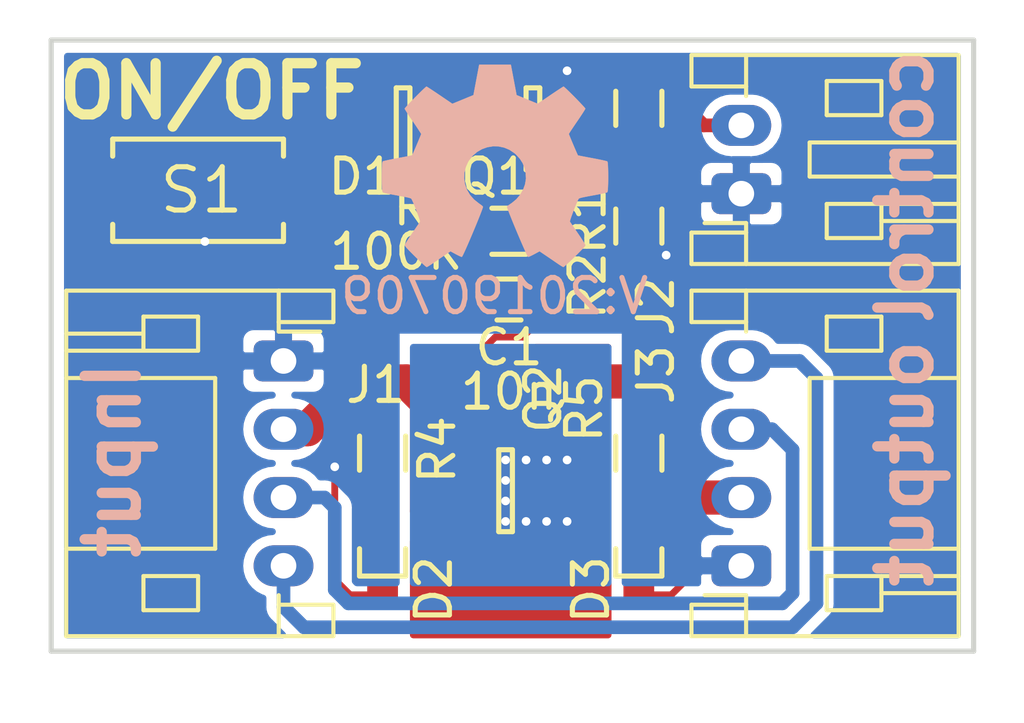
<source format=kicad_pcb>
(kicad_pcb (version 20171130) (host pcbnew 5.1.3-ffb9f22~84~ubuntu18.04.1)

  (general
    (thickness 1.6)
    (drawings 8)
    (tracks 105)
    (zones 0)
    (modules 17)
    (nets 12)
  )

  (page A4)
  (layers
    (0 F.Cu signal)
    (31 B.Cu signal)
    (32 B.Adhes user)
    (33 F.Adhes user)
    (34 B.Paste user)
    (35 F.Paste user)
    (36 B.SilkS user)
    (37 F.SilkS user)
    (38 B.Mask user)
    (39 F.Mask user)
    (40 Dwgs.User user)
    (41 Cmts.User user)
    (42 Eco1.User user)
    (43 Eco2.User user)
    (44 Edge.Cuts user)
    (45 Margin user)
    (46 B.CrtYd user)
    (47 F.CrtYd user)
    (48 B.Fab user)
    (49 F.Fab user)
  )

  (setup
    (last_trace_width 0.2)
    (user_trace_width 0.1524)
    (user_trace_width 0.2)
    (user_trace_width 0.3)
    (user_trace_width 0.4)
    (user_trace_width 0.6)
    (user_trace_width 1)
    (user_trace_width 1.5)
    (user_trace_width 2)
    (trace_clearance 0.1524)
    (zone_clearance 0.3)
    (zone_45_only no)
    (trace_min 0.1524)
    (via_size 0.381)
    (via_drill 0.254)
    (via_min_size 0.381)
    (via_min_drill 0.254)
    (user_via 0.4 0.254)
    (user_via 0.6 0.4)
    (user_via 0.8 0.6)
    (user_via 1 0.8)
    (user_via 1.3 1)
    (user_via 1.5 1.2)
    (user_via 1.7 1.4)
    (user_via 1.9 1.6)
    (uvia_size 0.381)
    (uvia_drill 0.254)
    (uvias_allowed no)
    (uvia_min_size 0.381)
    (uvia_min_drill 0.254)
    (edge_width 0.15)
    (segment_width 0.2)
    (pcb_text_width 0.3)
    (pcb_text_size 1.5 1.5)
    (mod_edge_width 0.15)
    (mod_text_size 1 1)
    (mod_text_width 0.15)
    (pad_size 0.8 0.9)
    (pad_drill 0)
    (pad_to_mask_clearance 0.1)
    (solder_mask_min_width 0.1)
    (aux_axis_origin 0 0)
    (visible_elements FFFFFF7F)
    (pcbplotparams
      (layerselection 0x010fc_ffffffff)
      (usegerberextensions true)
      (usegerberattributes false)
      (usegerberadvancedattributes false)
      (creategerberjobfile false)
      (excludeedgelayer true)
      (linewidth 0.100000)
      (plotframeref false)
      (viasonmask false)
      (mode 1)
      (useauxorigin false)
      (hpglpennumber 1)
      (hpglpenspeed 20)
      (hpglpendiameter 15.000000)
      (psnegative false)
      (psa4output false)
      (plotreference true)
      (plotvalue true)
      (plotinvisibletext false)
      (padsonsilk false)
      (subtractmaskfromsilk false)
      (outputformat 1)
      (mirror false)
      (drillshape 0)
      (scaleselection 1)
      (outputdirectory "OSH_Park_2_layer_plots"))
  )

  (net 0 "")
  (net 1 "Net-(C1-Pad2)")
  (net 2 /VDD)
  (net 3 "Net-(D1-Pad3)")
  (net 4 /TX)
  (net 5 /RX)
  (net 6 /VSS)
  (net 7 /POWER_EN)
  (net 8 /VDD_OUT)
  (net 9 "Net-(D1-Pad1)")
  (net 10 "Net-(D2-Pad2)")
  (net 11 "Net-(D3-Pad2)")

  (net_class Default "This is the default net class."
    (clearance 0.1524)
    (trace_width 0.1524)
    (via_dia 0.381)
    (via_drill 0.254)
    (uvia_dia 0.381)
    (uvia_drill 0.254)
    (add_net /POWER_EN)
    (add_net /RX)
    (add_net /TX)
    (add_net /VDD)
    (add_net /VDD_OUT)
    (add_net /VSS)
    (add_net "Net-(C1-Pad2)")
    (add_net "Net-(D1-Pad1)")
    (add_net "Net-(D1-Pad3)")
    (add_net "Net-(D2-Pad2)")
    (add_net "Net-(D3-Pad2)")
  )

  (module SquantorButtons:DTSM3 (layer F.Cu) (tedit 58D18C98) (tstamp 5D23C209)
    (at 145.8 92.2)
    (path /5D217E51)
    (attr smd)
    (fp_text reference S1 (at 0.1 0) (layer F.SilkS)
      (effects (font (size 1.27 1.27) (thickness 0.15)))
    )
    (fp_text value 2pin_tact_switch (at 0 2.54) (layer F.Fab) hide
      (effects (font (size 1.27 1.27) (thickness 0.15)))
    )
    (fp_line (start 2.49936 -1.4986) (end -2.49936 -1.4986) (layer F.SilkS) (width 0.15))
    (fp_line (start 2.49936 -0.99822) (end 2.49936 -1.4986) (layer F.SilkS) (width 0.15))
    (fp_line (start 2.49936 1.4986) (end 2.49936 0.99822) (layer F.SilkS) (width 0.15))
    (fp_line (start -2.49936 1.4986) (end 2.49936 1.4986) (layer F.SilkS) (width 0.15))
    (fp_line (start -2.49936 0.99822) (end -2.49936 1.4986) (layer F.SilkS) (width 0.15))
    (fp_line (start -2.49936 -1.4986) (end -2.49936 -0.99822) (layer F.SilkS) (width 0.15))
    (pad 2 smd rect (at 2.69748 0) (size 1.99898 1.59766) (layers F.Cu F.Paste F.Mask)
      (net 3 "Net-(D1-Pad3)"))
    (pad 1 smd rect (at -2.69748 0) (size 1.99898 1.59766) (layers F.Cu F.Paste F.Mask)
      (net 6 /VSS))
  )

  (module SquantorRcl:R_0603_hand (layer F.Cu) (tedit 587552B0) (tstamp 5D2245D9)
    (at 158.7 99.9 90)
    (descr "Resistor SMD 0603, reflow soldering, Vishay (see dcrcw.pdf)")
    (tags "resistor 0603")
    (path /5D223D28)
    (attr smd)
    (fp_text reference R5 (at 1.3 -1.6 90) (layer F.SilkS)
      (effects (font (size 1 1) (thickness 0.15)))
    )
    (fp_text value 1K (at 0 1.9 90) (layer F.Fab)
      (effects (font (size 1 1) (thickness 0.15)))
    )
    (fp_line (start -0.5 -0.675) (end 0.5 -0.675) (layer F.SilkS) (width 0.15))
    (fp_line (start 0.5 0.675) (end -0.5 0.675) (layer F.SilkS) (width 0.15))
    (fp_line (start 1.5 -0.8) (end 1.5 0.8) (layer F.CrtYd) (width 0.05))
    (fp_line (start -1.5 -0.8) (end -1.5 0.8) (layer F.CrtYd) (width 0.05))
    (fp_line (start -1.5 0.8) (end 1.5 0.8) (layer F.CrtYd) (width 0.05))
    (fp_line (start -1.5 -0.8) (end 1.5 -0.8) (layer F.CrtYd) (width 0.05))
    (fp_line (start -0.8 -0.4) (end 0.8 -0.4) (layer F.Fab) (width 0.1))
    (fp_line (start 0.8 -0.4) (end 0.8 0.4) (layer F.Fab) (width 0.1))
    (fp_line (start 0.8 0.4) (end -0.8 0.4) (layer F.Fab) (width 0.1))
    (fp_line (start -0.8 0.4) (end -0.8 -0.4) (layer F.Fab) (width 0.1))
    (pad 2 smd rect (at 0.85 0 90) (size 0.7 0.9) (layers F.Cu F.Paste F.Mask)
      (net 8 /VDD_OUT))
    (pad 1 smd rect (at -0.85 0 90) (size 0.7 0.9) (layers F.Cu F.Paste F.Mask)
      (net 11 "Net-(D3-Pad2)"))
    (model Resistors_SMD.3dshapes/R_0603.wrl
      (at (xyz 0 0 0))
      (scale (xyz 1 1 1))
      (rotate (xyz 0 0 0))
    )
  )

  (module SquantorRcl:R_0603_hand (layer F.Cu) (tedit 587552B0) (tstamp 5D22367D)
    (at 151.2 99.9 90)
    (descr "Resistor SMD 0603, reflow soldering, Vishay (see dcrcw.pdf)")
    (tags "resistor 0603")
    (path /5D222DD8)
    (attr smd)
    (fp_text reference R4 (at 0.1 1.6 90) (layer F.SilkS)
      (effects (font (size 1 1) (thickness 0.15)))
    )
    (fp_text value 1K (at 0 1.9 90) (layer F.Fab)
      (effects (font (size 1 1) (thickness 0.15)))
    )
    (fp_line (start -0.5 -0.675) (end 0.5 -0.675) (layer F.SilkS) (width 0.15))
    (fp_line (start 0.5 0.675) (end -0.5 0.675) (layer F.SilkS) (width 0.15))
    (fp_line (start 1.5 -0.8) (end 1.5 0.8) (layer F.CrtYd) (width 0.05))
    (fp_line (start -1.5 -0.8) (end -1.5 0.8) (layer F.CrtYd) (width 0.05))
    (fp_line (start -1.5 0.8) (end 1.5 0.8) (layer F.CrtYd) (width 0.05))
    (fp_line (start -1.5 -0.8) (end 1.5 -0.8) (layer F.CrtYd) (width 0.05))
    (fp_line (start -0.8 -0.4) (end 0.8 -0.4) (layer F.Fab) (width 0.1))
    (fp_line (start 0.8 -0.4) (end 0.8 0.4) (layer F.Fab) (width 0.1))
    (fp_line (start 0.8 0.4) (end -0.8 0.4) (layer F.Fab) (width 0.1))
    (fp_line (start -0.8 0.4) (end -0.8 -0.4) (layer F.Fab) (width 0.1))
    (pad 2 smd rect (at 0.85 0 90) (size 0.7 0.9) (layers F.Cu F.Paste F.Mask)
      (net 2 /VDD))
    (pad 1 smd rect (at -0.85 0 90) (size 0.7 0.9) (layers F.Cu F.Paste F.Mask)
      (net 10 "Net-(D2-Pad2)"))
    (model Resistors_SMD.3dshapes/R_0603.wrl
      (at (xyz 0 0 0))
      (scale (xyz 1 1 1))
      (rotate (xyz 0 0 0))
    )
  )

  (module SquantorDiodes:D_0603_hand (layer F.Cu) (tedit 5CA1F802) (tstamp 5D22349F)
    (at 158.7 103.2 90)
    (descr "Diode SMD 0603, reflow soldering, general purpose")
    (tags "Diode 0603")
    (path /5D2224FE)
    (attr smd)
    (fp_text reference D3 (at -0.7 -1.4 90) (layer F.SilkS)
      (effects (font (size 1 1) (thickness 0.15)))
    )
    (fp_text value LED (at 0 1.9 90) (layer F.Fab) hide
      (effects (font (size 1 1) (thickness 0.15)))
    )
    (fp_line (start -0.3 -0.675) (end -0.3 0.675) (layer F.SilkS) (width 0.15))
    (fp_line (start -0.3 -0.675) (end 0.5 -0.675) (layer F.SilkS) (width 0.15))
    (fp_line (start 0.5 0.675) (end -0.3 0.675) (layer F.SilkS) (width 0.15))
    (fp_line (start 1.5 -0.8) (end 1.5 0.8) (layer F.CrtYd) (width 0.05))
    (fp_line (start -1.5 -0.8) (end -1.5 0.8) (layer F.CrtYd) (width 0.05))
    (fp_line (start -1.5 0.8) (end 1.5 0.8) (layer F.CrtYd) (width 0.05))
    (fp_line (start -1.5 -0.8) (end 1.5 -0.8) (layer F.CrtYd) (width 0.05))
    (fp_line (start -0.8 -0.4) (end 0.8 -0.4) (layer F.Fab) (width 0.1))
    (fp_line (start 0.8 -0.4) (end 0.8 0.4) (layer F.Fab) (width 0.1))
    (fp_line (start 0.8 0.4) (end -0.8 0.4) (layer F.Fab) (width 0.1))
    (fp_line (start -0.8 0.4) (end -0.8 -0.4) (layer F.Fab) (width 0.1))
    (pad 2 smd rect (at 0.85 0 90) (size 0.7 0.9) (layers F.Cu F.Paste F.Mask)
      (net 11 "Net-(D3-Pad2)"))
    (pad 1 smd rect (at -0.85 0 90) (size 0.7 0.9) (layers F.Cu F.Paste F.Mask)
      (net 6 /VSS))
  )

  (module SquantorDiodes:D_0603_hand (layer F.Cu) (tedit 5CA1F802) (tstamp 5D239A4A)
    (at 151.2 103.2 90)
    (descr "Diode SMD 0603, reflow soldering, general purpose")
    (tags "Diode 0603")
    (path /5D220861)
    (attr smd)
    (fp_text reference D2 (at -0.7 1.5 90) (layer F.SilkS)
      (effects (font (size 1 1) (thickness 0.15)))
    )
    (fp_text value LED (at -0.3 1.5 90) (layer F.Fab)
      (effects (font (size 1 1) (thickness 0.15)))
    )
    (fp_line (start -0.3 -0.675) (end -0.3 0.675) (layer F.SilkS) (width 0.15))
    (fp_line (start -0.3 -0.675) (end 0.5 -0.675) (layer F.SilkS) (width 0.15))
    (fp_line (start 0.5 0.675) (end -0.3 0.675) (layer F.SilkS) (width 0.15))
    (fp_line (start 1.5 -0.8) (end 1.5 0.8) (layer F.CrtYd) (width 0.05))
    (fp_line (start -1.5 -0.8) (end -1.5 0.8) (layer F.CrtYd) (width 0.05))
    (fp_line (start -1.5 0.8) (end 1.5 0.8) (layer F.CrtYd) (width 0.05))
    (fp_line (start -1.5 -0.8) (end 1.5 -0.8) (layer F.CrtYd) (width 0.05))
    (fp_line (start -0.8 -0.4) (end 0.8 -0.4) (layer F.Fab) (width 0.1))
    (fp_line (start 0.8 -0.4) (end 0.8 0.4) (layer F.Fab) (width 0.1))
    (fp_line (start 0.8 0.4) (end -0.8 0.4) (layer F.Fab) (width 0.1))
    (fp_line (start -0.8 0.4) (end -0.8 -0.4) (layer F.Fab) (width 0.1))
    (pad 2 smd rect (at 0.85 0 90) (size 0.7 0.9) (layers F.Cu F.Paste F.Mask)
      (net 10 "Net-(D2-Pad2)"))
    (pad 1 smd rect (at -0.85 0 90) (size 0.7 0.9) (layers F.Cu F.Paste F.Mask)
      (net 6 /VSS))
  )

  (module SquantorRcl:R_0603_hand (layer F.Cu) (tedit 587552B0) (tstamp 5D222C1F)
    (at 154.9 93.4)
    (descr "Resistor SMD 0603, reflow soldering, Vishay (see dcrcw.pdf)")
    (tags "resistor 0603")
    (path /5D201AB7)
    (attr smd)
    (fp_text reference R3 (at -2.4 -0.7 180) (layer F.SilkS)
      (effects (font (size 1 1) (thickness 0.15)))
    )
    (fp_text value 100K (at -3.3 0.6) (layer F.SilkS)
      (effects (font (size 1 1) (thickness 0.15)))
    )
    (fp_line (start -0.5 -0.675) (end 0.5 -0.675) (layer F.SilkS) (width 0.15))
    (fp_line (start 0.5 0.675) (end -0.5 0.675) (layer F.SilkS) (width 0.15))
    (fp_line (start 1.5 -0.8) (end 1.5 0.8) (layer F.CrtYd) (width 0.05))
    (fp_line (start -1.5 -0.8) (end -1.5 0.8) (layer F.CrtYd) (width 0.05))
    (fp_line (start -1.5 0.8) (end 1.5 0.8) (layer F.CrtYd) (width 0.05))
    (fp_line (start -1.5 -0.8) (end 1.5 -0.8) (layer F.CrtYd) (width 0.05))
    (fp_line (start -0.8 -0.4) (end 0.8 -0.4) (layer F.Fab) (width 0.1))
    (fp_line (start 0.8 -0.4) (end 0.8 0.4) (layer F.Fab) (width 0.1))
    (fp_line (start 0.8 0.4) (end -0.8 0.4) (layer F.Fab) (width 0.1))
    (fp_line (start -0.8 0.4) (end -0.8 -0.4) (layer F.Fab) (width 0.1))
    (pad 2 smd rect (at 0.85 0) (size 0.7 0.9) (layers F.Cu F.Paste F.Mask)
      (net 1 "Net-(C1-Pad2)"))
    (pad 1 smd rect (at -0.85 0) (size 0.7 0.9) (layers F.Cu F.Paste F.Mask)
      (net 2 /VDD))
    (model Resistors_SMD.3dshapes/R_0603.wrl
      (at (xyz 0 0 0))
      (scale (xyz 1 1 1))
      (rotate (xyz 0 0 0))
    )
  )

  (module SquantorRcl:R_0603_hand (layer F.Cu) (tedit 587552B0) (tstamp 5D222C0F)
    (at 158.7 93.25 270)
    (descr "Resistor SMD 0603, reflow soldering, Vishay (see dcrcw.pdf)")
    (tags "resistor 0603")
    (path /5D206CB4)
    (attr smd)
    (fp_text reference R2 (at 1.75 1.5 90) (layer F.SilkS)
      (effects (font (size 1 1) (thickness 0.15)))
    )
    (fp_text value 100k (at 1.75 1.5 90) (layer F.Fab)
      (effects (font (size 1 1) (thickness 0.15)))
    )
    (fp_line (start -0.5 -0.675) (end 0.5 -0.675) (layer F.SilkS) (width 0.15))
    (fp_line (start 0.5 0.675) (end -0.5 0.675) (layer F.SilkS) (width 0.15))
    (fp_line (start 1.5 -0.8) (end 1.5 0.8) (layer F.CrtYd) (width 0.05))
    (fp_line (start -1.5 -0.8) (end -1.5 0.8) (layer F.CrtYd) (width 0.05))
    (fp_line (start -1.5 0.8) (end 1.5 0.8) (layer F.CrtYd) (width 0.05))
    (fp_line (start -1.5 -0.8) (end 1.5 -0.8) (layer F.CrtYd) (width 0.05))
    (fp_line (start -0.8 -0.4) (end 0.8 -0.4) (layer F.Fab) (width 0.1))
    (fp_line (start 0.8 -0.4) (end 0.8 0.4) (layer F.Fab) (width 0.1))
    (fp_line (start 0.8 0.4) (end -0.8 0.4) (layer F.Fab) (width 0.1))
    (fp_line (start -0.8 0.4) (end -0.8 -0.4) (layer F.Fab) (width 0.1))
    (pad 2 smd rect (at 0.85 0 270) (size 0.7 0.9) (layers F.Cu F.Paste F.Mask)
      (net 6 /VSS))
    (pad 1 smd rect (at -0.85 0 270) (size 0.7 0.9) (layers F.Cu F.Paste F.Mask)
      (net 9 "Net-(D1-Pad1)"))
    (model Resistors_SMD.3dshapes/R_0603.wrl
      (at (xyz 0 0 0))
      (scale (xyz 1 1 1))
      (rotate (xyz 0 0 0))
    )
  )

  (module SquantorRcl:R_0603_hand (layer F.Cu) (tedit 587552B0) (tstamp 5D222BFF)
    (at 158.7 89.8 90)
    (descr "Resistor SMD 0603, reflow soldering, Vishay (see dcrcw.pdf)")
    (tags "resistor 0603")
    (path /5D21A5D6)
    (attr smd)
    (fp_text reference R1 (at -3.3 -1.5 90) (layer F.SilkS)
      (effects (font (size 1 1) (thickness 0.15)))
    )
    (fp_text value 1K (at -3.3 -1.5 90) (layer F.Fab)
      (effects (font (size 1 1) (thickness 0.15)))
    )
    (fp_line (start -0.5 -0.675) (end 0.5 -0.675) (layer F.SilkS) (width 0.15))
    (fp_line (start 0.5 0.675) (end -0.5 0.675) (layer F.SilkS) (width 0.15))
    (fp_line (start 1.5 -0.8) (end 1.5 0.8) (layer F.CrtYd) (width 0.05))
    (fp_line (start -1.5 -0.8) (end -1.5 0.8) (layer F.CrtYd) (width 0.05))
    (fp_line (start -1.5 0.8) (end 1.5 0.8) (layer F.CrtYd) (width 0.05))
    (fp_line (start -1.5 -0.8) (end 1.5 -0.8) (layer F.CrtYd) (width 0.05))
    (fp_line (start -0.8 -0.4) (end 0.8 -0.4) (layer F.Fab) (width 0.1))
    (fp_line (start 0.8 -0.4) (end 0.8 0.4) (layer F.Fab) (width 0.1))
    (fp_line (start 0.8 0.4) (end -0.8 0.4) (layer F.Fab) (width 0.1))
    (fp_line (start -0.8 0.4) (end -0.8 -0.4) (layer F.Fab) (width 0.1))
    (pad 2 smd rect (at 0.85 0 90) (size 0.7 0.9) (layers F.Cu F.Paste F.Mask)
      (net 7 /POWER_EN))
    (pad 1 smd rect (at -0.85 0 90) (size 0.7 0.9) (layers F.Cu F.Paste F.Mask)
      (net 9 "Net-(D1-Pad1)"))
    (model Resistors_SMD.3dshapes/R_0603.wrl
      (at (xyz 0 0 0))
      (scale (xyz 1 1 1))
      (rotate (xyz 0 0 0))
    )
  )

  (module SquantorIC:SOT23-3 (layer F.Cu) (tedit 5D239D35) (tstamp 5D23B544)
    (at 154.8 101 270)
    (path /5D200444)
    (fp_text reference Q2 (at -2.7 -1.1 90) (layer F.SilkS)
      (effects (font (size 1 1) (thickness 0.15)))
    )
    (fp_text value Q_PMOS_GSD (at 0 2.5 90) (layer F.Fab) hide
      (effects (font (size 1 1) (thickness 0.15)))
    )
    (fp_line (start 1.7 -1.1) (end 1.7 1.8) (layer F.CrtYd) (width 0.05))
    (fp_line (start 0.7 -1.1) (end 1.7 -1.1) (layer F.CrtYd) (width 0.05))
    (fp_line (start 0.7 -1.8) (end 0.7 -1.1) (layer F.CrtYd) (width 0.05))
    (fp_line (start -0.7 -1.8) (end 0.7 -1.8) (layer F.CrtYd) (width 0.05))
    (fp_line (start -0.7 -1.1) (end -0.7 -1.8) (layer F.CrtYd) (width 0.05))
    (fp_line (start -1.7 -1.1) (end -0.7 -1.1) (layer F.CrtYd) (width 0.05))
    (fp_line (start -1.7 1.8) (end -1.7 -1.1) (layer F.CrtYd) (width 0.05))
    (fp_line (start -1.7 1.8) (end 1.7 1.8) (layer F.CrtYd) (width 0.05))
    (fp_line (start -1.2 0.2) (end -1.2 -0.2) (layer F.SilkS) (width 0.15))
    (fp_line (start 1.2 0.2) (end -1.2 0.2) (layer F.SilkS) (width 0.15))
    (fp_line (start 1.2 -0.2) (end 1.2 0.2) (layer F.SilkS) (width 0.15))
    (fp_line (start -1.2 -0.2) (end 1.2 -0.2) (layer F.SilkS) (width 0.15))
    (pad 3 smd rect (at 0 -1 270) (size 0.8 0.9) (layers F.Cu F.Paste F.Mask)
      (net 8 /VDD_OUT) (zone_connect 2))
    (pad 2 smd rect (at 0.95 1 270) (size 0.8 0.9) (layers F.Cu F.Paste F.Mask)
      (net 2 /VDD))
    (pad 1 smd rect (at -0.95 1 270) (size 0.8 0.9) (layers F.Cu F.Paste F.Mask)
      (net 1 "Net-(C1-Pad2)"))
  )

  (module SquantorIC:SOT23-3 (layer F.Cu) (tedit 5D21CF9C) (tstamp 5D222BDC)
    (at 155.6 90.4 90)
    (path /5D204962)
    (fp_text reference Q1 (at -1.4 -1.1 180) (layer F.SilkS)
      (effects (font (size 1 1) (thickness 0.15)))
    )
    (fp_text value BSS138 (at 0 2.5 90) (layer F.Fab) hide
      (effects (font (size 1 1) (thickness 0.15)))
    )
    (fp_line (start 1.7 -1.1) (end 1.7 1.8) (layer F.CrtYd) (width 0.05))
    (fp_line (start 0.7 -1.1) (end 1.7 -1.1) (layer F.CrtYd) (width 0.05))
    (fp_line (start 0.7 -1.8) (end 0.7 -1.1) (layer F.CrtYd) (width 0.05))
    (fp_line (start -0.7 -1.8) (end 0.7 -1.8) (layer F.CrtYd) (width 0.05))
    (fp_line (start -0.7 -1.1) (end -0.7 -1.8) (layer F.CrtYd) (width 0.05))
    (fp_line (start -1.7 -1.1) (end -0.7 -1.1) (layer F.CrtYd) (width 0.05))
    (fp_line (start -1.7 1.8) (end -1.7 -1.1) (layer F.CrtYd) (width 0.05))
    (fp_line (start -1.7 1.8) (end 1.7 1.8) (layer F.CrtYd) (width 0.05))
    (fp_line (start -1.2 0.2) (end -1.2 -0.2) (layer F.SilkS) (width 0.15))
    (fp_line (start 1.2 0.2) (end -1.2 0.2) (layer F.SilkS) (width 0.15))
    (fp_line (start 1.2 -0.2) (end 1.2 0.2) (layer F.SilkS) (width 0.15))
    (fp_line (start -1.2 -0.2) (end 1.2 -0.2) (layer F.SilkS) (width 0.15))
    (pad 3 smd rect (at 0 -1 90) (size 0.8 0.9) (layers F.Cu F.Paste F.Mask)
      (net 1 "Net-(C1-Pad2)"))
    (pad 2 smd rect (at 0.95 1 90) (size 0.8 0.9) (layers F.Cu F.Paste F.Mask)
      (net 6 /VSS))
    (pad 1 smd rect (at -0.95 1 90) (size 0.8 0.9) (layers F.Cu F.Paste F.Mask)
      (net 9 "Net-(D1-Pad1)"))
  )

  (module Connector_JST:JST_PH_S4B-PH-K_1x04_P2.00mm_Horizontal (layer F.Cu) (tedit 5B7745C6) (tstamp 5D222BBD)
    (at 161.7 103.2 90)
    (descr "JST PH series connector, S4B-PH-K (http://www.jst-mfg.com/product/pdf/eng/ePH.pdf), generated with kicad-footprint-generator")
    (tags "connector JST PH top entry")
    (path /5D1FCAF6)
    (fp_text reference J3 (at 5.6 -2.5 90) (layer F.SilkS)
      (effects (font (size 1 1) (thickness 0.15)))
    )
    (fp_text value DevBoardUartOutput (at 3 7.45 90) (layer F.Fab)
      (effects (font (size 1 1) (thickness 0.15)))
    )
    (fp_text user %R (at 3 2.5 90) (layer F.Fab)
      (effects (font (size 1 1) (thickness 0.15)))
    )
    (fp_line (start 0.5 1.375) (end 0 0.875) (layer F.Fab) (width 0.1))
    (fp_line (start -0.5 1.375) (end 0.5 1.375) (layer F.Fab) (width 0.1))
    (fp_line (start 0 0.875) (end -0.5 1.375) (layer F.Fab) (width 0.1))
    (fp_line (start -0.86 0.14) (end -0.86 -1.075) (layer F.SilkS) (width 0.12))
    (fp_line (start 7.25 0.25) (end -1.25 0.25) (layer F.Fab) (width 0.1))
    (fp_line (start 7.25 -1.35) (end 7.25 0.25) (layer F.Fab) (width 0.1))
    (fp_line (start 7.95 -1.35) (end 7.25 -1.35) (layer F.Fab) (width 0.1))
    (fp_line (start 7.95 6.25) (end 7.95 -1.35) (layer F.Fab) (width 0.1))
    (fp_line (start -1.95 6.25) (end 7.95 6.25) (layer F.Fab) (width 0.1))
    (fp_line (start -1.95 -1.35) (end -1.95 6.25) (layer F.Fab) (width 0.1))
    (fp_line (start -1.25 -1.35) (end -1.95 -1.35) (layer F.Fab) (width 0.1))
    (fp_line (start -1.25 0.25) (end -1.25 -1.35) (layer F.Fab) (width 0.1))
    (fp_line (start 8.45 -1.85) (end -2.45 -1.85) (layer F.CrtYd) (width 0.05))
    (fp_line (start 8.45 6.75) (end 8.45 -1.85) (layer F.CrtYd) (width 0.05))
    (fp_line (start -2.45 6.75) (end 8.45 6.75) (layer F.CrtYd) (width 0.05))
    (fp_line (start -2.45 -1.85) (end -2.45 6.75) (layer F.CrtYd) (width 0.05))
    (fp_line (start -0.8 4.1) (end -0.8 6.36) (layer F.SilkS) (width 0.12))
    (fp_line (start -0.3 4.1) (end -0.3 6.36) (layer F.SilkS) (width 0.12))
    (fp_line (start 6.3 2.5) (end 7.3 2.5) (layer F.SilkS) (width 0.12))
    (fp_line (start 6.3 4.1) (end 6.3 2.5) (layer F.SilkS) (width 0.12))
    (fp_line (start 7.3 4.1) (end 6.3 4.1) (layer F.SilkS) (width 0.12))
    (fp_line (start 7.3 2.5) (end 7.3 4.1) (layer F.SilkS) (width 0.12))
    (fp_line (start -0.3 2.5) (end -1.3 2.5) (layer F.SilkS) (width 0.12))
    (fp_line (start -0.3 4.1) (end -0.3 2.5) (layer F.SilkS) (width 0.12))
    (fp_line (start -1.3 4.1) (end -0.3 4.1) (layer F.SilkS) (width 0.12))
    (fp_line (start -1.3 2.5) (end -1.3 4.1) (layer F.SilkS) (width 0.12))
    (fp_line (start 8.06 0.14) (end 7.14 0.14) (layer F.SilkS) (width 0.12))
    (fp_line (start -2.06 0.14) (end -1.14 0.14) (layer F.SilkS) (width 0.12))
    (fp_line (start 5.5 2) (end 5.5 6.36) (layer F.SilkS) (width 0.12))
    (fp_line (start 0.5 2) (end 5.5 2) (layer F.SilkS) (width 0.12))
    (fp_line (start 0.5 6.36) (end 0.5 2) (layer F.SilkS) (width 0.12))
    (fp_line (start 7.14 0.14) (end 6.86 0.14) (layer F.SilkS) (width 0.12))
    (fp_line (start 7.14 -1.46) (end 7.14 0.14) (layer F.SilkS) (width 0.12))
    (fp_line (start 8.06 -1.46) (end 7.14 -1.46) (layer F.SilkS) (width 0.12))
    (fp_line (start 8.06 6.36) (end 8.06 -1.46) (layer F.SilkS) (width 0.12))
    (fp_line (start -2.06 6.36) (end 8.06 6.36) (layer F.SilkS) (width 0.12))
    (fp_line (start -2.06 -1.46) (end -2.06 6.36) (layer F.SilkS) (width 0.12))
    (fp_line (start -1.14 -1.46) (end -2.06 -1.46) (layer F.SilkS) (width 0.12))
    (fp_line (start -1.14 0.14) (end -1.14 -1.46) (layer F.SilkS) (width 0.12))
    (fp_line (start -0.86 0.14) (end -1.14 0.14) (layer F.SilkS) (width 0.12))
    (pad 4 thru_hole oval (at 6 0 90) (size 1.2 1.75) (drill 0.75) (layers *.Cu *.Mask)
      (net 4 /TX))
    (pad 3 thru_hole oval (at 4 0 90) (size 1.2 1.75) (drill 0.75) (layers *.Cu *.Mask)
      (net 5 /RX))
    (pad 2 thru_hole oval (at 2 0 90) (size 1.2 1.75) (drill 0.75) (layers *.Cu *.Mask)
      (net 8 /VDD_OUT))
    (pad 1 thru_hole roundrect (at 0 0 90) (size 1.2 1.75) (drill 0.75) (layers *.Cu *.Mask) (roundrect_rratio 0.208333)
      (net 6 /VSS))
    (model ${KISYS3DMOD}/Connector_JST.3dshapes/JST_PH_S4B-PH-K_1x04_P2.00mm_Horizontal.wrl
      (at (xyz 0 0 0))
      (scale (xyz 1 1 1))
      (rotate (xyz 0 0 0))
    )
  )

  (module Connector_JST:JST_PH_S2B-PH-K_1x02_P2.00mm_Horizontal (layer F.Cu) (tedit 5B7745C6) (tstamp 5D222B8C)
    (at 161.7 92.3 90)
    (descr "JST PH series connector, S2B-PH-K (http://www.jst-mfg.com/product/pdf/eng/ePH.pdf), generated with kicad-footprint-generator")
    (tags "connector JST PH top entry")
    (path /5D1FECF5)
    (fp_text reference J2 (at -3.3 -2.5 90) (layer F.SilkS)
      (effects (font (size 1 1) (thickness 0.15)))
    )
    (fp_text value Conn_01x02 (at 1 7.45 90) (layer F.Fab)
      (effects (font (size 1 1) (thickness 0.15)))
    )
    (fp_text user %R (at 1 2.5 90) (layer F.Fab)
      (effects (font (size 1 1) (thickness 0.15)))
    )
    (fp_line (start 0.5 1.375) (end 0 0.875) (layer F.Fab) (width 0.1))
    (fp_line (start -0.5 1.375) (end 0.5 1.375) (layer F.Fab) (width 0.1))
    (fp_line (start 0 0.875) (end -0.5 1.375) (layer F.Fab) (width 0.1))
    (fp_line (start -0.86 0.14) (end -0.86 -1.075) (layer F.SilkS) (width 0.12))
    (fp_line (start 3.25 0.25) (end -1.25 0.25) (layer F.Fab) (width 0.1))
    (fp_line (start 3.25 -1.35) (end 3.25 0.25) (layer F.Fab) (width 0.1))
    (fp_line (start 3.95 -1.35) (end 3.25 -1.35) (layer F.Fab) (width 0.1))
    (fp_line (start 3.95 6.25) (end 3.95 -1.35) (layer F.Fab) (width 0.1))
    (fp_line (start -1.95 6.25) (end 3.95 6.25) (layer F.Fab) (width 0.1))
    (fp_line (start -1.95 -1.35) (end -1.95 6.25) (layer F.Fab) (width 0.1))
    (fp_line (start -1.25 -1.35) (end -1.95 -1.35) (layer F.Fab) (width 0.1))
    (fp_line (start -1.25 0.25) (end -1.25 -1.35) (layer F.Fab) (width 0.1))
    (fp_line (start 4.45 -1.85) (end -2.45 -1.85) (layer F.CrtYd) (width 0.05))
    (fp_line (start 4.45 6.75) (end 4.45 -1.85) (layer F.CrtYd) (width 0.05))
    (fp_line (start -2.45 6.75) (end 4.45 6.75) (layer F.CrtYd) (width 0.05))
    (fp_line (start -2.45 -1.85) (end -2.45 6.75) (layer F.CrtYd) (width 0.05))
    (fp_line (start -0.8 4.1) (end -0.8 6.36) (layer F.SilkS) (width 0.12))
    (fp_line (start -0.3 4.1) (end -0.3 6.36) (layer F.SilkS) (width 0.12))
    (fp_line (start 2.3 2.5) (end 3.3 2.5) (layer F.SilkS) (width 0.12))
    (fp_line (start 2.3 4.1) (end 2.3 2.5) (layer F.SilkS) (width 0.12))
    (fp_line (start 3.3 4.1) (end 2.3 4.1) (layer F.SilkS) (width 0.12))
    (fp_line (start 3.3 2.5) (end 3.3 4.1) (layer F.SilkS) (width 0.12))
    (fp_line (start -0.3 2.5) (end -1.3 2.5) (layer F.SilkS) (width 0.12))
    (fp_line (start -0.3 4.1) (end -0.3 2.5) (layer F.SilkS) (width 0.12))
    (fp_line (start -1.3 4.1) (end -0.3 4.1) (layer F.SilkS) (width 0.12))
    (fp_line (start -1.3 2.5) (end -1.3 4.1) (layer F.SilkS) (width 0.12))
    (fp_line (start 4.06 0.14) (end 3.14 0.14) (layer F.SilkS) (width 0.12))
    (fp_line (start -2.06 0.14) (end -1.14 0.14) (layer F.SilkS) (width 0.12))
    (fp_line (start 1.5 2) (end 1.5 6.36) (layer F.SilkS) (width 0.12))
    (fp_line (start 0.5 2) (end 1.5 2) (layer F.SilkS) (width 0.12))
    (fp_line (start 0.5 6.36) (end 0.5 2) (layer F.SilkS) (width 0.12))
    (fp_line (start 3.14 0.14) (end 2.86 0.14) (layer F.SilkS) (width 0.12))
    (fp_line (start 3.14 -1.46) (end 3.14 0.14) (layer F.SilkS) (width 0.12))
    (fp_line (start 4.06 -1.46) (end 3.14 -1.46) (layer F.SilkS) (width 0.12))
    (fp_line (start 4.06 6.36) (end 4.06 -1.46) (layer F.SilkS) (width 0.12))
    (fp_line (start -2.06 6.36) (end 4.06 6.36) (layer F.SilkS) (width 0.12))
    (fp_line (start -2.06 -1.46) (end -2.06 6.36) (layer F.SilkS) (width 0.12))
    (fp_line (start -1.14 -1.46) (end -2.06 -1.46) (layer F.SilkS) (width 0.12))
    (fp_line (start -1.14 0.14) (end -1.14 -1.46) (layer F.SilkS) (width 0.12))
    (fp_line (start -0.86 0.14) (end -1.14 0.14) (layer F.SilkS) (width 0.12))
    (pad 2 thru_hole oval (at 2 0 90) (size 1.2 1.75) (drill 0.75) (layers *.Cu *.Mask)
      (net 7 /POWER_EN))
    (pad 1 thru_hole roundrect (at 0 0 90) (size 1.2 1.75) (drill 0.75) (layers *.Cu *.Mask) (roundrect_rratio 0.208333)
      (net 6 /VSS))
    (model ${KISYS3DMOD}/Connector_JST.3dshapes/JST_PH_S2B-PH-K_1x02_P2.00mm_Horizontal.wrl
      (at (xyz 0 0 0))
      (scale (xyz 1 1 1))
      (rotate (xyz 0 0 0))
    )
  )

  (module Connector_JST:JST_PH_S4B-PH-K_1x04_P2.00mm_Horizontal (layer F.Cu) (tedit 5B7745C6) (tstamp 5D23A737)
    (at 148.3 97.2 270)
    (descr "JST PH series connector, S4B-PH-K (http://www.jst-mfg.com/product/pdf/eng/ePH.pdf), generated with kicad-footprint-generator")
    (tags "connector JST PH top entry")
    (path /5D1FC4EA)
    (fp_text reference J1 (at 0.7 -2.7 180) (layer F.SilkS)
      (effects (font (size 1 1) (thickness 0.15)))
    )
    (fp_text value DevBoardUartInput (at 3 7.45 90) (layer F.Fab)
      (effects (font (size 1 1) (thickness 0.15)))
    )
    (fp_text user %R (at 3 2.5 90) (layer F.Fab)
      (effects (font (size 1 1) (thickness 0.15)))
    )
    (fp_line (start 0.5 1.375) (end 0 0.875) (layer F.Fab) (width 0.1))
    (fp_line (start -0.5 1.375) (end 0.5 1.375) (layer F.Fab) (width 0.1))
    (fp_line (start 0 0.875) (end -0.5 1.375) (layer F.Fab) (width 0.1))
    (fp_line (start -0.86 0.14) (end -0.86 -1.075) (layer F.SilkS) (width 0.12))
    (fp_line (start 7.25 0.25) (end -1.25 0.25) (layer F.Fab) (width 0.1))
    (fp_line (start 7.25 -1.35) (end 7.25 0.25) (layer F.Fab) (width 0.1))
    (fp_line (start 7.95 -1.35) (end 7.25 -1.35) (layer F.Fab) (width 0.1))
    (fp_line (start 7.95 6.25) (end 7.95 -1.35) (layer F.Fab) (width 0.1))
    (fp_line (start -1.95 6.25) (end 7.95 6.25) (layer F.Fab) (width 0.1))
    (fp_line (start -1.95 -1.35) (end -1.95 6.25) (layer F.Fab) (width 0.1))
    (fp_line (start -1.25 -1.35) (end -1.95 -1.35) (layer F.Fab) (width 0.1))
    (fp_line (start -1.25 0.25) (end -1.25 -1.35) (layer F.Fab) (width 0.1))
    (fp_line (start 8.45 -1.85) (end -2.45 -1.85) (layer F.CrtYd) (width 0.05))
    (fp_line (start 8.45 6.75) (end 8.45 -1.85) (layer F.CrtYd) (width 0.05))
    (fp_line (start -2.45 6.75) (end 8.45 6.75) (layer F.CrtYd) (width 0.05))
    (fp_line (start -2.45 -1.85) (end -2.45 6.75) (layer F.CrtYd) (width 0.05))
    (fp_line (start -0.8 4.1) (end -0.8 6.36) (layer F.SilkS) (width 0.12))
    (fp_line (start -0.3 4.1) (end -0.3 6.36) (layer F.SilkS) (width 0.12))
    (fp_line (start 6.3 2.5) (end 7.3 2.5) (layer F.SilkS) (width 0.12))
    (fp_line (start 6.3 4.1) (end 6.3 2.5) (layer F.SilkS) (width 0.12))
    (fp_line (start 7.3 4.1) (end 6.3 4.1) (layer F.SilkS) (width 0.12))
    (fp_line (start 7.3 2.5) (end 7.3 4.1) (layer F.SilkS) (width 0.12))
    (fp_line (start -0.3 2.5) (end -1.3 2.5) (layer F.SilkS) (width 0.12))
    (fp_line (start -0.3 4.1) (end -0.3 2.5) (layer F.SilkS) (width 0.12))
    (fp_line (start -1.3 4.1) (end -0.3 4.1) (layer F.SilkS) (width 0.12))
    (fp_line (start -1.3 2.5) (end -1.3 4.1) (layer F.SilkS) (width 0.12))
    (fp_line (start 8.06 0.14) (end 7.14 0.14) (layer F.SilkS) (width 0.12))
    (fp_line (start -2.06 0.14) (end -1.14 0.14) (layer F.SilkS) (width 0.12))
    (fp_line (start 5.5 2) (end 5.5 6.36) (layer F.SilkS) (width 0.12))
    (fp_line (start 0.5 2) (end 5.5 2) (layer F.SilkS) (width 0.12))
    (fp_line (start 0.5 6.36) (end 0.5 2) (layer F.SilkS) (width 0.12))
    (fp_line (start 7.14 0.14) (end 6.86 0.14) (layer F.SilkS) (width 0.12))
    (fp_line (start 7.14 -1.46) (end 7.14 0.14) (layer F.SilkS) (width 0.12))
    (fp_line (start 8.06 -1.46) (end 7.14 -1.46) (layer F.SilkS) (width 0.12))
    (fp_line (start 8.06 6.36) (end 8.06 -1.46) (layer F.SilkS) (width 0.12))
    (fp_line (start -2.06 6.36) (end 8.06 6.36) (layer F.SilkS) (width 0.12))
    (fp_line (start -2.06 -1.46) (end -2.06 6.36) (layer F.SilkS) (width 0.12))
    (fp_line (start -1.14 -1.46) (end -2.06 -1.46) (layer F.SilkS) (width 0.12))
    (fp_line (start -1.14 0.14) (end -1.14 -1.46) (layer F.SilkS) (width 0.12))
    (fp_line (start -0.86 0.14) (end -1.14 0.14) (layer F.SilkS) (width 0.12))
    (pad 4 thru_hole oval (at 6 0 270) (size 1.2 1.75) (drill 0.75) (layers *.Cu *.Mask)
      (net 4 /TX))
    (pad 3 thru_hole oval (at 4 0 270) (size 1.2 1.75) (drill 0.75) (layers *.Cu *.Mask)
      (net 5 /RX))
    (pad 2 thru_hole oval (at 2 0 270) (size 1.2 1.75) (drill 0.75) (layers *.Cu *.Mask)
      (net 2 /VDD))
    (pad 1 thru_hole roundrect (at 0 0 270) (size 1.2 1.75) (drill 0.75) (layers *.Cu *.Mask) (roundrect_rratio 0.208333)
      (net 6 /VSS))
    (model ${KISYS3DMOD}/Connector_JST.3dshapes/JST_PH_S4B-PH-K_1x04_P2.00mm_Horizontal.wrl
      (at (xyz 0 0 0))
      (scale (xyz 1 1 1))
      (rotate (xyz 0 0 0))
    )
  )

  (module SquantorIC:SOT23-3 (layer F.Cu) (tedit 5D21CF9C) (tstamp 5D222B2C)
    (at 151.8 90.4 90)
    (path /5D2089C3)
    (fp_text reference D1 (at -1.4 -1.2 180) (layer F.SilkS)
      (effects (font (size 1 1) (thickness 0.15)))
    )
    (fp_text value D_Schottky_x2_KCom_AAK (at 0 2.5 90) (layer F.Fab) hide
      (effects (font (size 1 1) (thickness 0.15)))
    )
    (fp_line (start 1.7 -1.1) (end 1.7 1.8) (layer F.CrtYd) (width 0.05))
    (fp_line (start 0.7 -1.1) (end 1.7 -1.1) (layer F.CrtYd) (width 0.05))
    (fp_line (start 0.7 -1.8) (end 0.7 -1.1) (layer F.CrtYd) (width 0.05))
    (fp_line (start -0.7 -1.8) (end 0.7 -1.8) (layer F.CrtYd) (width 0.05))
    (fp_line (start -0.7 -1.1) (end -0.7 -1.8) (layer F.CrtYd) (width 0.05))
    (fp_line (start -1.7 -1.1) (end -0.7 -1.1) (layer F.CrtYd) (width 0.05))
    (fp_line (start -1.7 1.8) (end -1.7 -1.1) (layer F.CrtYd) (width 0.05))
    (fp_line (start -1.7 1.8) (end 1.7 1.8) (layer F.CrtYd) (width 0.05))
    (fp_line (start -1.2 0.2) (end -1.2 -0.2) (layer F.SilkS) (width 0.15))
    (fp_line (start 1.2 0.2) (end -1.2 0.2) (layer F.SilkS) (width 0.15))
    (fp_line (start 1.2 -0.2) (end 1.2 0.2) (layer F.SilkS) (width 0.15))
    (fp_line (start -1.2 -0.2) (end 1.2 -0.2) (layer F.SilkS) (width 0.15))
    (pad 3 smd rect (at 0 -1 90) (size 0.8 0.9) (layers F.Cu F.Paste F.Mask)
      (net 3 "Net-(D1-Pad3)"))
    (pad 2 smd rect (at 0.95 1 90) (size 0.8 0.9) (layers F.Cu F.Paste F.Mask)
      (net 1 "Net-(C1-Pad2)"))
    (pad 1 smd rect (at -0.95 1 90) (size 0.8 0.9) (layers F.Cu F.Paste F.Mask)
      (net 9 "Net-(D1-Pad1)"))
  )

  (module SquantorRcl:C_0603 (layer F.Cu) (tedit 5415D631) (tstamp 5D222B19)
    (at 154.9 95.4)
    (descr "Capacitor SMD 0603, reflow soldering, AVX (see smccp.pdf)")
    (tags "capacitor 0603")
    (path /5D20220F)
    (attr smd)
    (fp_text reference C1 (at 0 1.4) (layer F.SilkS)
      (effects (font (size 1 1) (thickness 0.15)))
    )
    (fp_text value 10n (at 0 2.7) (layer F.SilkS)
      (effects (font (size 1 1) (thickness 0.15)))
    )
    (fp_line (start 0.35 0.6) (end -0.35 0.6) (layer F.SilkS) (width 0.15))
    (fp_line (start -0.35 -0.6) (end 0.35 -0.6) (layer F.SilkS) (width 0.15))
    (fp_line (start 1.45 -0.75) (end 1.45 0.75) (layer F.CrtYd) (width 0.05))
    (fp_line (start -1.45 -0.75) (end -1.45 0.75) (layer F.CrtYd) (width 0.05))
    (fp_line (start -1.45 0.75) (end 1.45 0.75) (layer F.CrtYd) (width 0.05))
    (fp_line (start -1.45 -0.75) (end 1.45 -0.75) (layer F.CrtYd) (width 0.05))
    (fp_line (start -0.8 -0.4) (end 0.8 -0.4) (layer F.Fab) (width 0.15))
    (fp_line (start 0.8 -0.4) (end 0.8 0.4) (layer F.Fab) (width 0.15))
    (fp_line (start 0.8 0.4) (end -0.8 0.4) (layer F.Fab) (width 0.15))
    (fp_line (start -0.8 0.4) (end -0.8 -0.4) (layer F.Fab) (width 0.15))
    (pad 2 smd rect (at 0.75 0) (size 0.8 0.75) (layers F.Cu F.Paste F.Mask)
      (net 1 "Net-(C1-Pad2)"))
    (pad 1 smd rect (at -0.75 0) (size 0.8 0.75) (layers F.Cu F.Paste F.Mask)
      (net 2 /VDD))
    (model Capacitors_SMD.3dshapes/C_0603.wrl
      (at (xyz 0 0 0))
      (scale (xyz 1 1 1))
      (rotate (xyz 0 0 0))
    )
  )

  (module Symbols:OSHW-Symbol_6.7x6mm_SilkScreen (layer B.Cu) (tedit 0) (tstamp 5A135134)
    (at 154.5 91.5 180)
    (descr "Open Source Hardware Symbol")
    (tags "Logo Symbol OSHW")
    (path /5A135869)
    (attr virtual)
    (fp_text reference N1 (at 0 0) (layer B.SilkS) hide
      (effects (font (size 1 1) (thickness 0.15)) (justify mirror))
    )
    (fp_text value OHWLOGO (at 0.75 0) (layer B.Fab) hide
      (effects (font (size 1 1) (thickness 0.15)) (justify mirror))
    )
    (fp_poly (pts (xy 0.555814 2.531069) (xy 0.639635 2.086445) (xy 0.94892 1.958947) (xy 1.258206 1.831449)
      (xy 1.629246 2.083754) (xy 1.733157 2.154004) (xy 1.827087 2.216728) (xy 1.906652 2.269062)
      (xy 1.96747 2.308143) (xy 2.005157 2.331107) (xy 2.015421 2.336058) (xy 2.03391 2.323324)
      (xy 2.07342 2.288118) (xy 2.129522 2.234938) (xy 2.197787 2.168282) (xy 2.273786 2.092646)
      (xy 2.353092 2.012528) (xy 2.431275 1.932426) (xy 2.503907 1.856836) (xy 2.566559 1.790255)
      (xy 2.614803 1.737182) (xy 2.64421 1.702113) (xy 2.651241 1.690377) (xy 2.641123 1.66874)
      (xy 2.612759 1.621338) (xy 2.569129 1.552807) (xy 2.513218 1.467785) (xy 2.448006 1.370907)
      (xy 2.410219 1.31565) (xy 2.341343 1.214752) (xy 2.28014 1.123701) (xy 2.229578 1.04703)
      (xy 2.192628 0.989272) (xy 2.172258 0.954957) (xy 2.169197 0.947746) (xy 2.176136 0.927252)
      (xy 2.195051 0.879487) (xy 2.223087 0.811168) (xy 2.257391 0.729011) (xy 2.295109 0.63973)
      (xy 2.333387 0.550042) (xy 2.36937 0.466662) (xy 2.400206 0.396306) (xy 2.423039 0.34569)
      (xy 2.435017 0.321529) (xy 2.435724 0.320578) (xy 2.454531 0.315964) (xy 2.504618 0.305672)
      (xy 2.580793 0.290713) (xy 2.677865 0.272099) (xy 2.790643 0.250841) (xy 2.856442 0.238582)
      (xy 2.97695 0.215638) (xy 3.085797 0.193805) (xy 3.177476 0.174278) (xy 3.246481 0.158252)
      (xy 3.287304 0.146921) (xy 3.295511 0.143326) (xy 3.303548 0.118994) (xy 3.310033 0.064041)
      (xy 3.31497 -0.015108) (xy 3.318364 -0.112026) (xy 3.320218 -0.220287) (xy 3.320538 -0.333465)
      (xy 3.319327 -0.445135) (xy 3.31659 -0.548868) (xy 3.312331 -0.638241) (xy 3.306555 -0.706826)
      (xy 3.299267 -0.748197) (xy 3.294895 -0.75681) (xy 3.268764 -0.767133) (xy 3.213393 -0.781892)
      (xy 3.136107 -0.799352) (xy 3.04423 -0.81778) (xy 3.012158 -0.823741) (xy 2.857524 -0.852066)
      (xy 2.735375 -0.874876) (xy 2.641673 -0.89308) (xy 2.572384 -0.907583) (xy 2.523471 -0.919292)
      (xy 2.490897 -0.929115) (xy 2.470628 -0.937956) (xy 2.458626 -0.946724) (xy 2.456947 -0.948457)
      (xy 2.440184 -0.976371) (xy 2.414614 -1.030695) (xy 2.382788 -1.104777) (xy 2.34726 -1.191965)
      (xy 2.310583 -1.285608) (xy 2.275311 -1.379052) (xy 2.243996 -1.465647) (xy 2.219193 -1.53874)
      (xy 2.203454 -1.591678) (xy 2.199332 -1.617811) (xy 2.199676 -1.618726) (xy 2.213641 -1.640086)
      (xy 2.245322 -1.687084) (xy 2.291391 -1.754827) (xy 2.348518 -1.838423) (xy 2.413373 -1.932982)
      (xy 2.431843 -1.959854) (xy 2.497699 -2.057275) (xy 2.55565 -2.146163) (xy 2.602538 -2.221412)
      (xy 2.635207 -2.27792) (xy 2.6505 -2.310581) (xy 2.651241 -2.314593) (xy 2.638392 -2.335684)
      (xy 2.602888 -2.377464) (xy 2.549293 -2.435445) (xy 2.482171 -2.505135) (xy 2.406087 -2.582045)
      (xy 2.325604 -2.661683) (xy 2.245287 -2.739561) (xy 2.169699 -2.811186) (xy 2.103405 -2.87207)
      (xy 2.050969 -2.917721) (xy 2.016955 -2.94365) (xy 2.007545 -2.947883) (xy 1.985643 -2.937912)
      (xy 1.9408 -2.91102) (xy 1.880321 -2.871736) (xy 1.833789 -2.840117) (xy 1.749475 -2.782098)
      (xy 1.649626 -2.713784) (xy 1.549473 -2.645579) (xy 1.495627 -2.609075) (xy 1.313371 -2.4858)
      (xy 1.160381 -2.56852) (xy 1.090682 -2.604759) (xy 1.031414 -2.632926) (xy 0.991311 -2.648991)
      (xy 0.981103 -2.651226) (xy 0.968829 -2.634722) (xy 0.944613 -2.588082) (xy 0.910263 -2.515609)
      (xy 0.867588 -2.421606) (xy 0.818394 -2.310374) (xy 0.76449 -2.186215) (xy 0.707684 -2.053432)
      (xy 0.649782 -1.916327) (xy 0.592593 -1.779202) (xy 0.537924 -1.646358) (xy 0.487584 -1.522098)
      (xy 0.44338 -1.410725) (xy 0.407119 -1.316539) (xy 0.380609 -1.243844) (xy 0.365658 -1.196941)
      (xy 0.363254 -1.180833) (xy 0.382311 -1.160286) (xy 0.424036 -1.126933) (xy 0.479706 -1.087702)
      (xy 0.484378 -1.084599) (xy 0.628264 -0.969423) (xy 0.744283 -0.835053) (xy 0.83143 -0.685784)
      (xy 0.888699 -0.525913) (xy 0.915086 -0.359737) (xy 0.909585 -0.191552) (xy 0.87119 -0.025655)
      (xy 0.798895 0.133658) (xy 0.777626 0.168513) (xy 0.666996 0.309263) (xy 0.536302 0.422286)
      (xy 0.390064 0.506997) (xy 0.232808 0.562806) (xy 0.069057 0.589126) (xy -0.096667 0.58537)
      (xy -0.259838 0.55095) (xy -0.415935 0.485277) (xy -0.560433 0.387765) (xy -0.605131 0.348187)
      (xy -0.718888 0.224297) (xy -0.801782 0.093876) (xy -0.858644 -0.052315) (xy -0.890313 -0.197088)
      (xy -0.898131 -0.35986) (xy -0.872062 -0.52344) (xy -0.814755 -0.682298) (xy -0.728856 -0.830906)
      (xy -0.617014 -0.963735) (xy -0.481877 -1.075256) (xy -0.464117 -1.087011) (xy -0.40785 -1.125508)
      (xy -0.365077 -1.158863) (xy -0.344628 -1.18016) (xy -0.344331 -1.180833) (xy -0.348721 -1.203871)
      (xy -0.366124 -1.256157) (xy -0.394732 -1.33339) (xy -0.432735 -1.431268) (xy -0.478326 -1.545491)
      (xy -0.529697 -1.671758) (xy -0.585038 -1.805767) (xy -0.642542 -1.943218) (xy -0.700399 -2.079808)
      (xy -0.756802 -2.211237) (xy -0.809942 -2.333205) (xy -0.85801 -2.441409) (xy -0.899199 -2.531549)
      (xy -0.931699 -2.599323) (xy -0.953703 -2.64043) (xy -0.962564 -2.651226) (xy -0.98964 -2.642819)
      (xy -1.040303 -2.620272) (xy -1.105817 -2.587613) (xy -1.141841 -2.56852) (xy -1.294832 -2.4858)
      (xy -1.477088 -2.609075) (xy -1.570125 -2.672228) (xy -1.671985 -2.741727) (xy -1.767438 -2.807165)
      (xy -1.81525 -2.840117) (xy -1.882495 -2.885273) (xy -1.939436 -2.921057) (xy -1.978646 -2.942938)
      (xy -1.991381 -2.947563) (xy -2.009917 -2.935085) (xy -2.050941 -2.900252) (xy -2.110475 -2.846678)
      (xy -2.184542 -2.777983) (xy -2.269165 -2.697781) (xy -2.322685 -2.646286) (xy -2.416319 -2.554286)
      (xy -2.497241 -2.471999) (xy -2.562177 -2.402945) (xy -2.607858 -2.350644) (xy -2.631011 -2.318616)
      (xy -2.633232 -2.312116) (xy -2.622924 -2.287394) (xy -2.594439 -2.237405) (xy -2.550937 -2.167212)
      (xy -2.495577 -2.081875) (xy -2.43152 -1.986456) (xy -2.413303 -1.959854) (xy -2.346927 -1.863167)
      (xy -2.287378 -1.776117) (xy -2.237984 -1.703595) (xy -2.202075 -1.650493) (xy -2.182981 -1.621703)
      (xy -2.181136 -1.618726) (xy -2.183895 -1.595782) (xy -2.198538 -1.545336) (xy -2.222513 -1.474041)
      (xy -2.253266 -1.388547) (xy -2.288244 -1.295507) (xy -2.324893 -1.201574) (xy -2.360661 -1.113399)
      (xy -2.392994 -1.037634) (xy -2.419338 -0.980931) (xy -2.437142 -0.949943) (xy -2.438407 -0.948457)
      (xy -2.449294 -0.939601) (xy -2.467682 -0.930843) (xy -2.497606 -0.921277) (xy -2.543103 -0.909996)
      (xy -2.608209 -0.896093) (xy -2.696961 -0.878663) (xy -2.813393 -0.856798) (xy -2.961542 -0.829591)
      (xy -2.993618 -0.823741) (xy -3.088686 -0.805374) (xy -3.171565 -0.787405) (xy -3.23493 -0.771569)
      (xy -3.271458 -0.7596) (xy -3.276356 -0.75681) (xy -3.284427 -0.732072) (xy -3.290987 -0.67679)
      (xy -3.296033 -0.597389) (xy -3.299559 -0.500296) (xy -3.301561 -0.391938) (xy -3.302036 -0.27874)
      (xy -3.300977 -0.167128) (xy -3.298382 -0.063529) (xy -3.294246 0.025632) (xy -3.288563 0.093928)
      (xy -3.281331 0.134934) (xy -3.276971 0.143326) (xy -3.252698 0.151792) (xy -3.197426 0.165565)
      (xy -3.116662 0.18345) (xy -3.015912 0.204252) (xy -2.900683 0.226777) (xy -2.837902 0.238582)
      (xy -2.718787 0.260849) (xy -2.612565 0.281021) (xy -2.524427 0.298085) (xy -2.459566 0.311031)
      (xy -2.423174 0.318845) (xy -2.417184 0.320578) (xy -2.407061 0.34011) (xy -2.385662 0.387157)
      (xy -2.355839 0.454997) (xy -2.320445 0.536909) (xy -2.282332 0.626172) (xy -2.244353 0.716065)
      (xy -2.20936 0.799865) (xy -2.180206 0.870853) (xy -2.159743 0.922306) (xy -2.150823 0.947503)
      (xy -2.150657 0.948604) (xy -2.160769 0.968481) (xy -2.189117 1.014223) (xy -2.232723 1.081283)
      (xy -2.288606 1.165116) (xy -2.353787 1.261174) (xy -2.391679 1.31635) (xy -2.460725 1.417519)
      (xy -2.52205 1.50937) (xy -2.572663 1.587256) (xy -2.609571 1.646531) (xy -2.629782 1.682549)
      (xy -2.632701 1.690623) (xy -2.620153 1.709416) (xy -2.585463 1.749543) (xy -2.533063 1.806507)
      (xy -2.467384 1.875815) (xy -2.392856 1.952969) (xy -2.313913 2.033475) (xy -2.234983 2.112837)
      (xy -2.1605 2.18656) (xy -2.094894 2.250148) (xy -2.042596 2.299106) (xy -2.008039 2.328939)
      (xy -1.996478 2.336058) (xy -1.977654 2.326047) (xy -1.932631 2.297922) (xy -1.865787 2.254546)
      (xy -1.781499 2.198782) (xy -1.684144 2.133494) (xy -1.610707 2.083754) (xy -1.239667 1.831449)
      (xy -0.621095 2.086445) (xy -0.537275 2.531069) (xy -0.453454 2.975693) (xy 0.471994 2.975693)
      (xy 0.555814 2.531069)) (layer B.SilkS) (width 0.01))
  )

  (module SquantorLabels:Label_version (layer B.Cu) (tedit 5B5A1E49) (tstamp 5B96DD88)
    (at 153.4 95.4 180)
    (path /5A1357A5)
    (fp_text reference N2 (at 0 -1.4) (layer B.Fab) hide
      (effects (font (size 1 1) (thickness 0.15)) (justify mirror))
    )
    (fp_text value 20190709 (at -0.4 0.1) (layer B.SilkS)
      (effects (font (size 1 1) (thickness 0.15)) (justify mirror))
    )
    (fp_text user V: (at -4.9 0.1) (layer B.SilkS)
      (effects (font (size 1 1) (thickness 0.15)) (justify mirror))
    )
  )

  (gr_text control (at 166.5 92.1 90) (layer B.SilkS)
    (effects (font (size 1.5 1.5) (thickness 0.3)) (justify mirror))
  )
  (gr_text output (at 166.5 100.2 90) (layer B.SilkS)
    (effects (font (size 1.5 1.5) (thickness 0.3)) (justify mirror))
  )
  (gr_text Input (at 143.3 100.1 90) (layer B.SilkS)
    (effects (font (size 1.5 1.5) (thickness 0.3)) (justify mirror))
  )
  (gr_text ON/OFF (at 146.2 89.3) (layer F.SilkS)
    (effects (font (size 1.5 1.5) (thickness 0.3)))
  )
  (gr_line (start 141.5 87.8) (end 141.5 105.7) (layer Edge.Cuts) (width 0.15) (tstamp 5D2244D9))
  (gr_line (start 168.5 87.8) (end 141.5 87.8) (layer Edge.Cuts) (width 0.15))
  (gr_line (start 168.5 105.7) (end 168.5 87.8) (layer Edge.Cuts) (width 0.15))
  (gr_line (start 141.5 105.7) (end 168.5 105.7) (layer Edge.Cuts) (width 0.15))

  (segment (start 155.65 94.45) (end 155.65 95.4) (width 0.2) (layer F.Cu) (net 1))
  (segment (start 155.75 93.4) (end 155.75 94.35) (width 0.2) (layer F.Cu) (net 1))
  (segment (start 155.75 94.35) (end 155.65 94.45) (width 0.2) (layer F.Cu) (net 1))
  (segment (start 155.75 93.4) (end 155.75 92.55) (width 0.2) (layer F.Cu) (net 1))
  (segment (start 155.75 92.55) (end 155.5 92.3) (width 0.2) (layer F.Cu) (net 1))
  (segment (start 151.8 92) (end 151.8 89.8) (width 0.2) (layer F.Cu) (net 1))
  (segment (start 152.15 89.45) (end 151.8 89.8) (width 0.2) (layer F.Cu) (net 1))
  (segment (start 152.8 89.45) (end 152.15 89.45) (width 0.2) (layer F.Cu) (net 1))
  (segment (start 154.6 90.4) (end 154.6 89.7) (width 0.2) (layer F.Cu) (net 1))
  (segment (start 154.35 89.45) (end 154.6 89.7) (width 0.2) (layer F.Cu) (net 1))
  (segment (start 152.8 89.45) (end 154.35 89.45) (width 0.2) (layer F.Cu) (net 1))
  (segment (start 152.1 92.3) (end 151.8 92) (width 0.2) (layer F.Cu) (net 1))
  (segment (start 155.5 92.3) (end 152.1 92.3) (width 0.2) (layer F.Cu) (net 1))
  (segment (start 153.8 100.05) (end 153.8 97.2) (width 0.2) (layer F.Cu) (net 1))
  (segment (start 153.8 97.2) (end 154.5 96.5) (width 0.2) (layer F.Cu) (net 1))
  (segment (start 154.5 96.5) (end 155.3 96.5) (width 0.2) (layer F.Cu) (net 1))
  (segment (start 155.65 96.15) (end 155.65 95.4) (width 0.2) (layer F.Cu) (net 1))
  (segment (start 155.3 96.5) (end 155.65 96.15) (width 0.2) (layer F.Cu) (net 1))
  (segment (start 148.3 99.2) (end 149 99.2) (width 1) (layer F.Cu) (net 2))
  (segment (start 149 99.2) (end 150.4 97.8) (width 1) (layer F.Cu) (net 2))
  (via (at 154.8 101.9) (size 0.4) (drill 0.254) (layers F.Cu B.Cu) (net 8))
  (via (at 154.8 101.3) (size 0.4) (drill 0.254) (layers F.Cu B.Cu) (net 8))
  (via (at 154.8 100.7) (size 0.4) (drill 0.254) (layers F.Cu B.Cu) (net 8))
  (via (at 154.8 100.1) (size 0.4) (drill 0.254) (layers F.Cu B.Cu) (net 8))
  (via (at 155.4 100.1) (size 0.4) (drill 0.254) (layers F.Cu B.Cu) (net 8))
  (via (at 156 100.1) (size 0.4) (drill 0.254) (layers F.Cu B.Cu) (net 8))
  (via (at 155.4 101.9) (size 0.4) (drill 0.254) (layers F.Cu B.Cu) (net 8))
  (via (at 156 101.9) (size 0.4) (drill 0.254) (layers F.Cu B.Cu) (net 8))
  (via (at 156.6 100.1) (size 0.4) (drill 0.254) (layers F.Cu B.Cu) (net 8))
  (via (at 156.6 101.9) (size 0.4) (drill 0.254) (layers F.Cu B.Cu) (net 8))
  (segment (start 151.2 99.05) (end 151.2 97.8) (width 0.2) (layer F.Cu) (net 2))
  (segment (start 150.4 97.8) (end 151.2 97.8) (width 1) (layer F.Cu) (net 2))
  (segment (start 151.2 97.8) (end 151.2 96.1) (width 0.2) (layer F.Cu) (net 2))
  (segment (start 151.2 96.1) (end 151.9 95.4) (width 0.2) (layer F.Cu) (net 2))
  (segment (start 154.15 94.45) (end 154.15 95.4) (width 0.2) (layer F.Cu) (net 2))
  (segment (start 154.05 93.4) (end 154.05 94.35) (width 0.2) (layer F.Cu) (net 2))
  (segment (start 154.05 94.35) (end 154.15 94.45) (width 0.2) (layer F.Cu) (net 2))
  (segment (start 154.15 95.4) (end 151.9 95.4) (width 0.2) (layer F.Cu) (net 2))
  (segment (start 152.85 101.95) (end 152.5 101.6) (width 1) (layer F.Cu) (net 2))
  (segment (start 152.5 101.6) (end 152.5 98.4) (width 1) (layer F.Cu) (net 2))
  (segment (start 151.9 97.8) (end 151.2 97.8) (width 1) (layer F.Cu) (net 2))
  (segment (start 152.5 98.4) (end 151.9 97.8) (width 1) (layer F.Cu) (net 2))
  (segment (start 153.8 101.95) (end 152.85 101.95) (width 0.8) (layer F.Cu) (net 2))
  (segment (start 148.49748 92.2) (end 150.4 92.2) (width 0.2) (layer F.Cu) (net 3))
  (segment (start 150.8 91.8) (end 150.4 92.2) (width 0.2) (layer F.Cu) (net 3))
  (segment (start 150.8 90.4) (end 150.8 91.8) (width 0.2) (layer F.Cu) (net 3))
  (segment (start 163.4 97.2) (end 161.7 97.2) (width 0.4) (layer B.Cu) (net 4))
  (segment (start 148.3 104.4) (end 148.9 105) (width 0.4) (layer B.Cu) (net 4))
  (segment (start 148.3 103.2) (end 148.3 104.4) (width 0.4) (layer B.Cu) (net 4))
  (segment (start 148.9 105) (end 163.2 105) (width 0.4) (layer B.Cu) (net 4))
  (segment (start 163.2 105) (end 163.9 104.3) (width 0.4) (layer B.Cu) (net 4))
  (segment (start 163.9 104.3) (end 163.9 97.7) (width 0.4) (layer B.Cu) (net 4))
  (segment (start 163.9 97.7) (end 163.4 97.2) (width 0.4) (layer B.Cu) (net 4))
  (segment (start 163.2 99.8) (end 162.6 99.2) (width 0.4) (layer B.Cu) (net 5))
  (segment (start 162.6 99.2) (end 161.7 99.2) (width 0.4) (layer B.Cu) (net 5))
  (segment (start 149.5 101.2) (end 149.8 101.5) (width 0.4) (layer B.Cu) (net 5))
  (segment (start 163.2 104) (end 163.2 99.8) (width 0.4) (layer B.Cu) (net 5))
  (segment (start 150.2 104.3) (end 162.9 104.3) (width 0.4) (layer B.Cu) (net 5))
  (segment (start 162.9 104.3) (end 163.2 104) (width 0.4) (layer B.Cu) (net 5))
  (segment (start 148.3 101.2) (end 149.5 101.2) (width 0.4) (layer B.Cu) (net 5))
  (segment (start 149.8 103.9) (end 150.2 104.3) (width 0.4) (layer B.Cu) (net 5))
  (segment (start 149.8 101.5) (end 149.8 103.9) (width 0.4) (layer B.Cu) (net 5))
  (segment (start 151.2 104.05) (end 150.25 104.05) (width 0.2) (layer F.Cu) (net 6))
  (segment (start 150.25 104.05) (end 149.8 103.6) (width 0.2) (layer F.Cu) (net 6))
  (via (at 149.8 100.3) (size 0.4) (drill 0.254) (layers F.Cu B.Cu) (net 6))
  (segment (start 149.8 103.6) (end 149.8 100.3) (width 0.2) (layer F.Cu) (net 6))
  (segment (start 158.7 104.05) (end 159.65 104.05) (width 0.2) (layer F.Cu) (net 6))
  (segment (start 159.65 104.05) (end 160.5 103.2) (width 0.2) (layer F.Cu) (net 6))
  (segment (start 161.7 103.2) (end 160.5 103.2) (width 0.2) (layer F.Cu) (net 6))
  (segment (start 143.10252 92.2) (end 145.6 92.2) (width 0.2) (layer F.Cu) (net 6))
  (via (at 146 93.7) (size 0.4) (drill 0.254) (layers F.Cu B.Cu) (net 6))
  (segment (start 145.6 92.2) (end 146 92.6) (width 0.2) (layer F.Cu) (net 6))
  (segment (start 146 92.6) (end 146 93.7) (width 0.2) (layer F.Cu) (net 6))
  (via (at 159.5 94.1) (size 0.4) (drill 0.254) (layers F.Cu B.Cu) (net 6))
  (segment (start 158.7 94.1) (end 159.5 94.1) (width 0.2) (layer F.Cu) (net 6))
  (via (at 156.6 88.7) (size 0.4) (drill 0.254) (layers F.Cu B.Cu) (net 6))
  (segment (start 156.6 89.45) (end 156.6 88.7) (width 0.2) (layer F.Cu) (net 6))
  (segment (start 160.6 90.3) (end 161.7 90.3) (width 0.4) (layer F.Cu) (net 7))
  (segment (start 160.2 89.3) (end 160.2 89.9) (width 0.4) (layer F.Cu) (net 7))
  (segment (start 160.2 89.9) (end 160.6 90.3) (width 0.4) (layer F.Cu) (net 7))
  (segment (start 158.7 88.95) (end 159.85 88.95) (width 0.4) (layer F.Cu) (net 7))
  (segment (start 159.85 88.95) (end 160.2 89.3) (width 0.4) (layer F.Cu) (net 7))
  (segment (start 159.6 97.8) (end 160 98.2) (width 1) (layer F.Cu) (net 8))
  (segment (start 160 98.2) (end 160 100.9) (width 1) (layer F.Cu) (net 8))
  (segment (start 160 100.9) (end 160.3 101.2) (width 1) (layer F.Cu) (net 8))
  (segment (start 161.7 101.2) (end 160.3 101.2) (width 1) (layer F.Cu) (net 8))
  (segment (start 158.7 97.9) (end 158.8 97.8) (width 0.2) (layer F.Cu) (net 8))
  (segment (start 158.7 99.05) (end 158.7 97.9) (width 0.2) (layer F.Cu) (net 8))
  (segment (start 158.8 97.8) (end 159.6 97.8) (width 1) (layer F.Cu) (net 8))
  (segment (start 158.8 97.8) (end 157.7 97.8) (width 1) (layer F.Cu) (net 8))
  (segment (start 157.7 97.8) (end 157.4 98.1) (width 1) (layer F.Cu) (net 8))
  (segment (start 157.4 98.1) (end 157.4 100.7) (width 1) (layer F.Cu) (net 8))
  (segment (start 157.1 101) (end 155.8 101) (width 1) (layer F.Cu) (net 8))
  (segment (start 157.4 100.7) (end 157.1 101) (width 1) (layer F.Cu) (net 8))
  (segment (start 158.7 92.4) (end 158.7 91.5) (width 0.2) (layer F.Cu) (net 9))
  (segment (start 158.7 90.65) (end 158.7 91.5) (width 0.2) (layer F.Cu) (net 9))
  (segment (start 156.6 91.35) (end 157.55 91.35) (width 0.2) (layer F.Cu) (net 9))
  (segment (start 157.7 91.5) (end 158.7 91.5) (width 0.2) (layer F.Cu) (net 9))
  (segment (start 157.55 91.35) (end 157.7 91.5) (width 0.2) (layer F.Cu) (net 9))
  (segment (start 152.8 91.35) (end 154.05 91.35) (width 0.2) (layer F.Cu) (net 9))
  (segment (start 156.6 91.35) (end 154.05 91.35) (width 0.2) (layer F.Cu) (net 9))
  (segment (start 151.2 102.35) (end 151.2 101.5) (width 0.2) (layer F.Cu) (net 10))
  (segment (start 151.2 100.75) (end 151.2 101.5) (width 0.2) (layer F.Cu) (net 10))
  (segment (start 158.7 102.35) (end 158.7 101.5) (width 0.2) (layer F.Cu) (net 11))
  (segment (start 158.7 100.75) (end 158.7 101.5) (width 0.2) (layer F.Cu) (net 11))

  (zone (net 6) (net_name /VSS) (layer B.Cu) (tstamp 5D23B33E) (hatch edge 0.508)
    (connect_pads (clearance 0.3))
    (min_thickness 0.2)
    (fill yes (arc_segments 32) (thermal_gap 0.3) (thermal_bridge_width 0.5))
    (polygon
      (pts
        (xy 141.5 87.8) (xy 168.5 87.8) (xy 168.5 105.7) (xy 158.2 105.7) (xy 158.2 96.4)
        (xy 151.7 96.4) (xy 151.7 105.7) (xy 141.5 105.7)
      )
    )
    (filled_polygon
      (pts
        (xy 168.025 105.225) (xy 163.823527 105.225) (xy 164.30342 104.745108) (xy 164.326317 104.726317) (xy 164.401296 104.634955)
        (xy 164.45701 104.530721) (xy 164.483623 104.44299) (xy 164.491318 104.417622) (xy 164.492427 104.40636) (xy 164.5 104.329474)
        (xy 164.5 104.329467) (xy 164.502902 104.300001) (xy 164.5 104.270535) (xy 164.5 97.729474) (xy 164.502903 97.7)
        (xy 164.491318 97.582379) (xy 164.45701 97.469278) (xy 164.4364 97.430721) (xy 164.401296 97.365045) (xy 164.326317 97.273683)
        (xy 164.303419 97.254891) (xy 163.845113 96.796586) (xy 163.826317 96.773683) (xy 163.734955 96.698704) (xy 163.630721 96.64299)
        (xy 163.517621 96.608682) (xy 163.429474 96.6) (xy 163.4 96.597097) (xy 163.370526 96.6) (xy 162.776235 96.6)
        (xy 162.685528 96.489472) (xy 162.533258 96.364508) (xy 162.359535 96.271651) (xy 162.171034 96.21447) (xy 162.02412 96.2)
        (xy 161.37588 96.2) (xy 161.228966 96.21447) (xy 161.040465 96.271651) (xy 160.866742 96.364508) (xy 160.714472 96.489472)
        (xy 160.589508 96.641742) (xy 160.496651 96.815465) (xy 160.43947 97.003966) (xy 160.420162 97.2) (xy 160.43947 97.396034)
        (xy 160.496651 97.584535) (xy 160.589508 97.758258) (xy 160.714472 97.910528) (xy 160.866742 98.035492) (xy 161.040465 98.128349)
        (xy 161.228966 98.18553) (xy 161.37588 98.2) (xy 161.228966 98.21447) (xy 161.040465 98.271651) (xy 160.866742 98.364508)
        (xy 160.714472 98.489472) (xy 160.589508 98.641742) (xy 160.496651 98.815465) (xy 160.43947 99.003966) (xy 160.420162 99.2)
        (xy 160.43947 99.396034) (xy 160.496651 99.584535) (xy 160.589508 99.758258) (xy 160.714472 99.910528) (xy 160.866742 100.035492)
        (xy 161.040465 100.128349) (xy 161.228966 100.18553) (xy 161.37588 100.2) (xy 161.228966 100.21447) (xy 161.040465 100.271651)
        (xy 160.866742 100.364508) (xy 160.714472 100.489472) (xy 160.589508 100.641742) (xy 160.496651 100.815465) (xy 160.43947 101.003966)
        (xy 160.420162 101.2) (xy 160.43947 101.396034) (xy 160.496651 101.584535) (xy 160.589508 101.758258) (xy 160.714472 101.910528)
        (xy 160.866742 102.035492) (xy 161.040465 102.128349) (xy 161.228966 102.18553) (xy 161.373475 102.199763) (xy 160.825 102.198065)
        (xy 160.746586 102.205788) (xy 160.671186 102.22866) (xy 160.601697 102.265803) (xy 160.540789 102.315789) (xy 160.490803 102.376697)
        (xy 160.45366 102.446186) (xy 160.430788 102.521586) (xy 160.423065 102.6) (xy 160.425 102.95) (xy 160.525 103.05)
        (xy 161.55 103.05) (xy 161.55 103.03) (xy 161.85 103.03) (xy 161.85 103.05) (xy 161.87 103.05)
        (xy 161.87 103.35) (xy 161.85 103.35) (xy 161.85 103.37) (xy 161.55 103.37) (xy 161.55 103.35)
        (xy 160.525 103.35) (xy 160.425 103.45) (xy 160.423618 103.7) (xy 158.3 103.7) (xy 158.3 96.4)
        (xy 158.298079 96.380491) (xy 158.292388 96.361732) (xy 158.283147 96.344443) (xy 158.270711 96.329289) (xy 158.255557 96.316853)
        (xy 158.238268 96.307612) (xy 158.219509 96.301921) (xy 158.2 96.3) (xy 151.7 96.3) (xy 151.680491 96.301921)
        (xy 151.661732 96.307612) (xy 151.644443 96.316853) (xy 151.629289 96.329289) (xy 151.616853 96.344443) (xy 151.607612 96.361732)
        (xy 151.601921 96.380491) (xy 151.6 96.4) (xy 151.6 103.7) (xy 150.448528 103.7) (xy 150.4 103.651473)
        (xy 150.4 101.529473) (xy 150.402903 101.499999) (xy 150.391318 101.382379) (xy 150.371674 101.317621) (xy 150.35701 101.269279)
        (xy 150.301296 101.165045) (xy 150.226317 101.073683) (xy 150.203415 101.054888) (xy 149.945113 100.796586) (xy 149.926317 100.773683)
        (xy 149.834955 100.698704) (xy 149.730721 100.64299) (xy 149.617621 100.608682) (xy 149.529474 100.6) (xy 149.5 100.597097)
        (xy 149.470526 100.6) (xy 149.376235 100.6) (xy 149.285528 100.489472) (xy 149.133258 100.364508) (xy 148.959535 100.271651)
        (xy 148.771034 100.21447) (xy 148.62412 100.2) (xy 148.771034 100.18553) (xy 148.959535 100.128349) (xy 149.133258 100.035492)
        (xy 149.285528 99.910528) (xy 149.410492 99.758258) (xy 149.503349 99.584535) (xy 149.56053 99.396034) (xy 149.579838 99.2)
        (xy 149.56053 99.003966) (xy 149.503349 98.815465) (xy 149.410492 98.641742) (xy 149.285528 98.489472) (xy 149.133258 98.364508)
        (xy 148.959535 98.271651) (xy 148.771034 98.21447) (xy 148.626525 98.200237) (xy 149.175 98.201935) (xy 149.253414 98.194212)
        (xy 149.328814 98.17134) (xy 149.398303 98.134197) (xy 149.459211 98.084211) (xy 149.509197 98.023303) (xy 149.54634 97.953814)
        (xy 149.569212 97.878414) (xy 149.576935 97.8) (xy 149.575 97.45) (xy 149.475 97.35) (xy 148.45 97.35)
        (xy 148.45 97.37) (xy 148.15 97.37) (xy 148.15 97.35) (xy 147.125 97.35) (xy 147.025 97.45)
        (xy 147.023065 97.8) (xy 147.030788 97.878414) (xy 147.05366 97.953814) (xy 147.090803 98.023303) (xy 147.140789 98.084211)
        (xy 147.201697 98.134197) (xy 147.271186 98.17134) (xy 147.346586 98.194212) (xy 147.425 98.201935) (xy 147.973475 98.200237)
        (xy 147.828966 98.21447) (xy 147.640465 98.271651) (xy 147.466742 98.364508) (xy 147.314472 98.489472) (xy 147.189508 98.641742)
        (xy 147.096651 98.815465) (xy 147.03947 99.003966) (xy 147.020162 99.2) (xy 147.03947 99.396034) (xy 147.096651 99.584535)
        (xy 147.189508 99.758258) (xy 147.314472 99.910528) (xy 147.466742 100.035492) (xy 147.640465 100.128349) (xy 147.828966 100.18553)
        (xy 147.97588 100.2) (xy 147.828966 100.21447) (xy 147.640465 100.271651) (xy 147.466742 100.364508) (xy 147.314472 100.489472)
        (xy 147.189508 100.641742) (xy 147.096651 100.815465) (xy 147.03947 101.003966) (xy 147.020162 101.2) (xy 147.03947 101.396034)
        (xy 147.096651 101.584535) (xy 147.189508 101.758258) (xy 147.314472 101.910528) (xy 147.466742 102.035492) (xy 147.640465 102.128349)
        (xy 147.828966 102.18553) (xy 147.97588 102.2) (xy 147.828966 102.21447) (xy 147.640465 102.271651) (xy 147.466742 102.364508)
        (xy 147.314472 102.489472) (xy 147.189508 102.641742) (xy 147.096651 102.815465) (xy 147.03947 103.003966) (xy 147.020162 103.2)
        (xy 147.03947 103.396034) (xy 147.096651 103.584535) (xy 147.189508 103.758258) (xy 147.314472 103.910528) (xy 147.466742 104.035492)
        (xy 147.640465 104.128349) (xy 147.700001 104.146409) (xy 147.700001 104.370517) (xy 147.697097 104.4) (xy 147.708682 104.51762)
        (xy 147.742991 104.630721) (xy 147.798705 104.734955) (xy 147.873684 104.826317) (xy 147.896581 104.845108) (xy 148.276472 105.225)
        (xy 141.975 105.225) (xy 141.975 96.6) (xy 147.023065 96.6) (xy 147.025 96.95) (xy 147.125 97.05)
        (xy 148.15 97.05) (xy 148.15 96.3) (xy 148.45 96.3) (xy 148.45 97.05) (xy 149.475 97.05)
        (xy 149.575 96.95) (xy 149.576935 96.6) (xy 149.569212 96.521586) (xy 149.54634 96.446186) (xy 149.509197 96.376697)
        (xy 149.459211 96.315789) (xy 149.398303 96.265803) (xy 149.328814 96.22866) (xy 149.253414 96.205788) (xy 149.175 96.198065)
        (xy 148.55 96.2) (xy 148.45 96.3) (xy 148.15 96.3) (xy 148.05 96.2) (xy 147.425 96.198065)
        (xy 147.346586 96.205788) (xy 147.271186 96.22866) (xy 147.201697 96.265803) (xy 147.140789 96.315789) (xy 147.090803 96.376697)
        (xy 147.05366 96.446186) (xy 147.030788 96.521586) (xy 147.023065 96.6) (xy 141.975 96.6) (xy 141.975 92.9)
        (xy 160.423065 92.9) (xy 160.430788 92.978414) (xy 160.45366 93.053814) (xy 160.490803 93.123303) (xy 160.540789 93.184211)
        (xy 160.601697 93.234197) (xy 160.671186 93.27134) (xy 160.746586 93.294212) (xy 160.825 93.301935) (xy 161.45 93.3)
        (xy 161.55 93.2) (xy 161.55 92.45) (xy 161.85 92.45) (xy 161.85 93.2) (xy 161.95 93.3)
        (xy 162.575 93.301935) (xy 162.653414 93.294212) (xy 162.728814 93.27134) (xy 162.798303 93.234197) (xy 162.859211 93.184211)
        (xy 162.909197 93.123303) (xy 162.94634 93.053814) (xy 162.969212 92.978414) (xy 162.976935 92.9) (xy 162.975 92.55)
        (xy 162.875 92.45) (xy 161.85 92.45) (xy 161.55 92.45) (xy 160.525 92.45) (xy 160.425 92.55)
        (xy 160.423065 92.9) (xy 141.975 92.9) (xy 141.975 90.3) (xy 160.420162 90.3) (xy 160.43947 90.496034)
        (xy 160.496651 90.684535) (xy 160.589508 90.858258) (xy 160.714472 91.010528) (xy 160.866742 91.135492) (xy 161.040465 91.228349)
        (xy 161.228966 91.28553) (xy 161.373475 91.299763) (xy 160.825 91.298065) (xy 160.746586 91.305788) (xy 160.671186 91.32866)
        (xy 160.601697 91.365803) (xy 160.540789 91.415789) (xy 160.490803 91.476697) (xy 160.45366 91.546186) (xy 160.430788 91.621586)
        (xy 160.423065 91.7) (xy 160.425 92.05) (xy 160.525 92.15) (xy 161.55 92.15) (xy 161.55 91.4)
        (xy 161.45 91.3) (xy 161.95 91.3) (xy 161.85 91.4) (xy 161.85 92.15) (xy 162.875 92.15)
        (xy 162.975 92.05) (xy 162.976935 91.7) (xy 162.969212 91.621586) (xy 162.94634 91.546186) (xy 162.909197 91.476697)
        (xy 162.859211 91.415789) (xy 162.798303 91.365803) (xy 162.728814 91.32866) (xy 162.653414 91.305788) (xy 162.575 91.298065)
        (xy 162.026525 91.299763) (xy 162.171034 91.28553) (xy 162.359535 91.228349) (xy 162.533258 91.135492) (xy 162.685528 91.010528)
        (xy 162.810492 90.858258) (xy 162.903349 90.684535) (xy 162.96053 90.496034) (xy 162.979838 90.3) (xy 162.96053 90.103966)
        (xy 162.903349 89.915465) (xy 162.810492 89.741742) (xy 162.685528 89.589472) (xy 162.533258 89.464508) (xy 162.359535 89.371651)
        (xy 162.171034 89.31447) (xy 162.02412 89.3) (xy 161.37588 89.3) (xy 161.228966 89.31447) (xy 161.040465 89.371651)
        (xy 160.866742 89.464508) (xy 160.714472 89.589472) (xy 160.589508 89.741742) (xy 160.496651 89.915465) (xy 160.43947 90.103966)
        (xy 160.420162 90.3) (xy 141.975 90.3) (xy 141.975 88.275) (xy 168.025001 88.275)
      )
    )
  )
  (zone (net 8) (net_name /VDD_OUT) (layer F.Cu) (tstamp 0) (hatch edge 0.508)
    (connect_pads (clearance 0.3))
    (min_thickness 0.2)
    (fill yes (arc_segments 32) (thermal_gap 0.3) (thermal_bridge_width 0.5))
    (polygon
      (pts
        (xy 152 96.7) (xy 157.9 96.7) (xy 157.9 105.7) (xy 152 105.7)
      )
    )
    (filled_polygon
      (pts
        (xy 157.8 105.225) (xy 152.1 105.225) (xy 152.1 102.472791) (xy 152.244864 102.617655) (xy 152.347569 102.701943)
        (xy 152.503918 102.785514) (xy 152.673569 102.836977) (xy 152.85 102.854354) (xy 153.026431 102.836977) (xy 153.196081 102.785514)
        (xy 153.262523 102.75) (xy 153.330353 102.75) (xy 153.35 102.751935) (xy 154.25 102.751935) (xy 154.328414 102.744212)
        (xy 154.403814 102.72134) (xy 154.473303 102.684197) (xy 154.534211 102.634211) (xy 154.584197 102.573303) (xy 154.62134 102.503814)
        (xy 154.644212 102.428414) (xy 154.651935 102.35) (xy 154.651935 101.55) (xy 154.644212 101.471586) (xy 154.62134 101.396186)
        (xy 154.584197 101.326697) (xy 154.534211 101.265789) (xy 154.473303 101.215803) (xy 154.403814 101.17866) (xy 154.328414 101.155788)
        (xy 154.25 101.148065) (xy 153.4 101.148065) (xy 153.4 100.851935) (xy 154.25 100.851935) (xy 154.328414 100.844212)
        (xy 154.403814 100.82134) (xy 154.473303 100.784197) (xy 154.534211 100.734211) (xy 154.584197 100.673303) (xy 154.62134 100.603814)
        (xy 154.644212 100.528414) (xy 154.651935 100.45) (xy 154.651935 99.65) (xy 154.644212 99.571586) (xy 154.62134 99.496186)
        (xy 154.584197 99.426697) (xy 154.534211 99.365789) (xy 154.473303 99.315803) (xy 154.403814 99.27866) (xy 154.328414 99.255788)
        (xy 154.3 99.25299) (xy 154.3 97.407105) (xy 154.707107 97) (xy 155.27544 97) (xy 155.3 97.002419)
        (xy 155.32456 97) (xy 155.398017 96.992765) (xy 155.492267 96.964175) (xy 155.579129 96.917746) (xy 155.655264 96.855264)
        (xy 155.670928 96.836177) (xy 155.707105 96.8) (xy 157.8 96.8)
      )
    )
  )
  (zone (net 8) (net_name /VDD_OUT) (layer B.Cu) (tstamp 5D420493) (hatch edge 0.508)
    (connect_pads (clearance 0.3))
    (min_thickness 0.2)
    (fill yes (arc_segments 32) (thermal_gap 0.3) (thermal_bridge_width 0.5))
    (polygon
      (pts
        (xy 152 96.7) (xy 157.9 96.7) (xy 157.9 105.7) (xy 152 105.7)
      )
    )
    (filled_polygon
      (pts
        (xy 157.8 103.7) (xy 152.1 103.7) (xy 152.1 96.8) (xy 157.8 96.8)
      )
    )
  )
)

</source>
